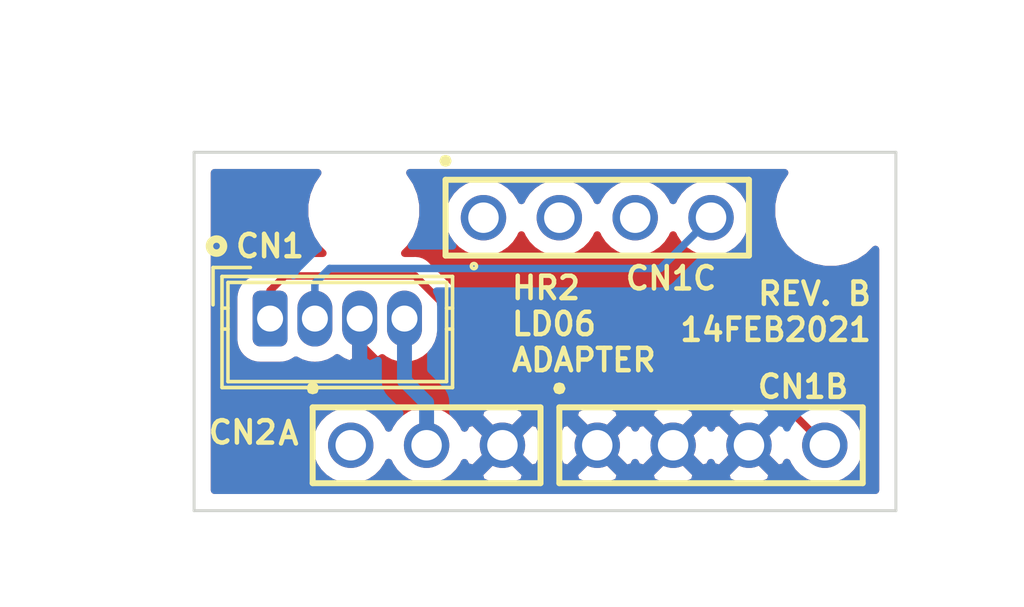
<source format=kicad_pcb>
(kicad_pcb (version 20171130) (host pcbnew 5.1.9-73d0e3b20d~88~ubuntu20.04.1)

  (general
    (thickness 1.6)
    (drawings 11)
    (tracks 27)
    (zones 0)
    (modules 2)
    (nets 9)
  )

  (page A)
  (title_block
    (title "LD06 Adapter")
    (date 2020-12-28)
    (rev A)
    (company "Homebrew Robotics Club")
    (comment 1 "Copyright © 2020 by Homebrew Robotics Club")
    (comment 2 "License: MIT")
  )

  (layers
    (0 F.Cu signal)
    (31 B.Cu signal)
    (32 B.Adhes user)
    (33 F.Adhes user)
    (34 B.Paste user)
    (35 F.Paste user)
    (36 B.SilkS user)
    (37 F.SilkS user)
    (38 B.Mask user)
    (39 F.Mask user)
    (40 Dwgs.User user)
    (41 Cmts.User user)
    (42 Eco1.User user)
    (43 Eco2.User user)
    (44 Edge.Cuts user)
    (45 Margin user)
    (46 B.CrtYd user)
    (47 F.CrtYd user)
    (48 B.Fab user hide)
    (49 F.Fab user hide)
  )

  (setup
    (last_trace_width 0.25)
    (user_trace_width 0.5)
    (trace_clearance 0.2)
    (zone_clearance 0.508)
    (zone_45_only no)
    (trace_min 0.2)
    (via_size 0.8)
    (via_drill 0.4)
    (via_min_size 0.4)
    (via_min_drill 0.3)
    (uvia_size 0.3)
    (uvia_drill 0.1)
    (uvias_allowed no)
    (uvia_min_size 0.2)
    (uvia_min_drill 0.1)
    (edge_width 0.05)
    (segment_width 0.2)
    (pcb_text_width 0.3)
    (pcb_text_size 1.5 1.5)
    (mod_edge_width 0.12)
    (mod_text_size 1 1)
    (mod_text_width 0.15)
    (pad_size 2.7 2.7)
    (pad_drill 2.7)
    (pad_to_mask_clearance 0)
    (aux_axis_origin 0 0)
    (visible_elements FFFFFF7F)
    (pcbplotparams
      (layerselection 0x010fc_ffffffff)
      (usegerberextensions false)
      (usegerberattributes true)
      (usegerberadvancedattributes true)
      (creategerberjobfile true)
      (excludeedgelayer true)
      (linewidth 0.100000)
      (plotframeref false)
      (viasonmask false)
      (mode 1)
      (useauxorigin false)
      (hpglpennumber 1)
      (hpglpenspeed 20)
      (hpglpendiameter 15.000000)
      (psnegative false)
      (psa4output false)
      (plotreference true)
      (plotvalue true)
      (plotinvisibletext false)
      (padsonsilk false)
      (subtractmaskfromsilk false)
      (outputformat 1)
      (mirror false)
      (drillshape 0)
      (scaleselection 1)
      (outputdirectory ""))
  )

  (net 0 "")
  (net 1 "Net-(CN1-Pad10)")
  (net 2 "Net-(CN1-Pad9)")
  (net 3 "Net-(CN1-Pad8)")
  (net 4 "Net-(CN1-Pad1)")
  (net 5 /PWM)
  (net 6 /TX)
  (net 7 /GND)
  (net 8 /5V)

  (net_class Default "This is the default net class."
    (clearance 0.2)
    (trace_width 0.25)
    (via_dia 0.8)
    (via_drill 0.4)
    (uvia_dia 0.3)
    (uvia_drill 0.1)
    (add_net /5V)
    (add_net /GND)
    (add_net /PWM)
    (add_net /TX)
    (add_net "Net-(CN1-Pad1)")
    (add_net "Net-(CN1-Pad10)")
    (add_net "Net-(CN1-Pad8)")
    (add_net "Net-(CN1-Pad9)")
  )

  (module HR2:LIDAR_ADAPTER_2xF1x4+F1x3 (layer F.Cu) (tedit 602A0287) (tstamp 5FEACFD9)
    (at 100 100)
    (path /5FEA71BE)
    (fp_text reference CN1 (at -10.96 -2.86) (layer F.SilkS)
      (effects (font (size 0.75 0.75) (thickness 0.15)))
    )
    (fp_text value LIDAR_ADAPTER;2xM1x4+M1x3 (at 0 0) (layer F.Fab)
      (effects (font (size 1 1) (thickness 0.2)))
    )
    (fp_line (start -4.98 -5.71) (end -5.01 -5.79) (layer F.SilkS) (width 0.2))
    (fp_line (start -5.01 -5.79) (end -5.08 -5.81) (layer F.SilkS) (width 0.2))
    (fp_line (start -5.08 -5.81) (end -5.15 -5.79) (layer F.SilkS) (width 0.2))
    (fp_line (start -5.15 -5.79) (end -5.18 -5.71) (layer F.SilkS) (width 0.2))
    (fp_line (start -5.18 -5.71) (end -5.15 -5.64) (layer F.SilkS) (width 0.2))
    (fp_line (start -5.15 -5.64) (end -5.08 -5.62) (layer F.SilkS) (width 0.2))
    (fp_line (start -5.08 -5.62) (end -5.01 -5.64) (layer F.SilkS) (width 0.2))
    (fp_line (start -5.01 -5.64) (end -4.98 -5.71) (layer F.SilkS) (width 0.2))
    (fp_line (start 5.08 -5.08) (end -5.08 -5.08) (layer F.SilkS) (width 0.2))
    (fp_line (start -5.08 -5.08) (end -5.08 -2.54) (layer F.SilkS) (width 0.2))
    (fp_line (start -5.08 -2.54) (end 5.08 -2.54) (layer F.SilkS) (width 0.2))
    (fp_line (start 5.08 -2.54) (end 5.08 -5.08) (layer F.SilkS) (width 0.2))
    (fp_line (start -1.17 1.91) (end -1.2 1.83) (layer F.SilkS) (width 0.2))
    (fp_line (start -1.2 1.83) (end -1.27 1.81) (layer F.SilkS) (width 0.2))
    (fp_line (start -1.27 1.81) (end -1.34 1.83) (layer F.SilkS) (width 0.2))
    (fp_line (start -1.34 1.83) (end -1.37 1.91) (layer F.SilkS) (width 0.2))
    (fp_line (start -1.37 1.91) (end -1.34 1.98) (layer F.SilkS) (width 0.2))
    (fp_line (start -1.34 1.98) (end -1.27 2) (layer F.SilkS) (width 0.2))
    (fp_line (start -1.27 2) (end -1.2 1.98) (layer F.SilkS) (width 0.2))
    (fp_line (start -1.2 1.98) (end -1.17 1.91) (layer F.SilkS) (width 0.2))
    (fp_line (start 8.89 2.54) (end -1.27 2.54) (layer F.SilkS) (width 0.2))
    (fp_line (start -1.27 2.54) (end -1.27 5.08) (layer F.SilkS) (width 0.2))
    (fp_line (start -1.27 5.08) (end 8.89 5.08) (layer F.SilkS) (width 0.2))
    (fp_line (start 8.89 5.08) (end 8.89 2.54) (layer F.SilkS) (width 0.2))
    (fp_line (start -9.43 1.91) (end -9.45 1.83) (layer F.SilkS) (width 0.2))
    (fp_line (start -9.45 1.83) (end -9.53 1.81) (layer F.SilkS) (width 0.2))
    (fp_line (start -9.53 1.81) (end -9.6 1.83) (layer F.SilkS) (width 0.2))
    (fp_line (start -9.6 1.83) (end -9.62 1.91) (layer F.SilkS) (width 0.2))
    (fp_line (start -9.62 1.91) (end -9.6 1.98) (layer F.SilkS) (width 0.2))
    (fp_line (start -9.6 1.98) (end -9.53 2) (layer F.SilkS) (width 0.2))
    (fp_line (start -9.53 2) (end -9.45 1.98) (layer F.SilkS) (width 0.2))
    (fp_line (start -9.45 1.98) (end -9.43 1.91) (layer F.SilkS) (width 0.2))
    (fp_line (start -1.9 2.54) (end -9.53 2.54) (layer F.SilkS) (width 0.2))
    (fp_line (start -9.53 2.54) (end -9.53 5.08) (layer F.SilkS) (width 0.2))
    (fp_line (start -9.53 5.08) (end -1.9 5.08) (layer F.SilkS) (width 0.2))
    (fp_line (start -1.9 5.08) (end -1.9 2.54) (layer F.SilkS) (width 0.2))
    (pad "" np_thru_hole circle (at -7.8175 -4.055) (size 2.7 2.7) (drill 2.7) (layers *.Cu *.Mask))
    (pad "" np_thru_hole circle (at 7.8175 -4.055) (size 2.7 2.7) (drill 2.7) (layers *.Cu *.Mask))
    (pad 11 thru_hole circle (at 3.81 -3.81) (size 1.52 1.52) (drill 1.02) (layers *.Cu *.Mask)
      (net 5 /PWM))
    (pad 10 thru_hole circle (at 1.27 -3.81) (size 1.52 1.52) (drill 1.02) (layers *.Cu *.Mask)
      (net 1 "Net-(CN1-Pad10)"))
    (pad 9 thru_hole circle (at -1.27 -3.81) (size 1.52 1.52) (drill 1.02) (layers *.Cu *.Mask)
      (net 2 "Net-(CN1-Pad9)"))
    (pad 8 thru_hole circle (at -3.81 -3.81) (size 1.52 1.52) (drill 1.02) (layers *.Cu *.Mask)
      (net 3 "Net-(CN1-Pad8)"))
    (pad 7 thru_hole circle (at 7.62 3.81) (size 1.52 1.52) (drill 1.02) (layers *.Cu *.Mask)
      (net 6 /TX))
    (pad 6 thru_hole circle (at 5.08 3.81) (size 1.52 1.52) (drill 1.02) (layers *.Cu *.Mask)
      (net 7 /GND))
    (pad 5 thru_hole circle (at 2.54 3.81) (size 1.52 1.52) (drill 1.02) (layers *.Cu *.Mask)
      (net 7 /GND))
    (pad 4 thru_hole circle (at 0 3.81) (size 1.52 1.52) (drill 1.02) (layers *.Cu *.Mask)
      (net 7 /GND))
    (pad 3 thru_hole circle (at -3.175 3.81) (size 1.52 1.52) (drill 1.02) (layers *.Cu *.Mask)
      (net 7 /GND))
    (pad 2 thru_hole circle (at -5.715 3.81) (size 1.52 1.52) (drill 1.02) (layers *.Cu *.Mask)
      (net 8 /5V))
    (pad 1 thru_hole circle (at -8.255 3.81) (size 1.52 1.52) (drill 1.02) (layers *.Cu *.Mask)
      (net 4 "Net-(CN1-Pad1)"))
  )

  (module Connector_Wuerth:Wuerth_WR-WTB_64800411622_1x04_P1.50mm_Vertical (layer F.Cu) (tedit 5D1DE247) (tstamp 5FEAD27F)
    (at 89.044 99.568)
    (descr "Wuerth WR-WTB series connector, 64800411622 (https://katalog.we-online.com/em/datasheet/6480xx11622.pdf), generated with kicad-footprint-generator")
    (tags "connector Wuerth WR-WTB vertical")
    (path /5FEA6F47)
    (fp_text reference CN2 (at -0.914 3.812) (layer F.SilkS)
      (effects (font (size 0.75 0.75) (thickness 0.15)))
    )
    (fp_text value LD06_CONN;M1x4P1.5ZH (at 2.25 3.4) (layer F.Fab)
      (effects (font (size 1 1) (thickness 0.15)))
    )
    (fp_line (start 6.5 -1.8) (end -2 -1.8) (layer F.CrtYd) (width 0.05))
    (fp_line (start 6.5 2.7) (end 6.5 -1.8) (layer F.CrtYd) (width 0.05))
    (fp_line (start -2 2.7) (end 6.5 2.7) (layer F.CrtYd) (width 0.05))
    (fp_line (start -2 -1.8) (end -2 2.7) (layer F.CrtYd) (width 0.05))
    (fp_line (start -1.91 -1.71) (end -1.91 -0.46) (layer F.SilkS) (width 0.12))
    (fp_line (start -0.66 -1.71) (end -1.91 -1.71) (layer F.SilkS) (width 0.12))
    (fp_line (start 5.91 2.11) (end 5.91 0.35) (layer F.SilkS) (width 0.12))
    (fp_line (start -1.41 2.11) (end 5.91 2.11) (layer F.SilkS) (width 0.12))
    (fp_line (start -1.41 0.35) (end -1.41 2.11) (layer F.SilkS) (width 0.12))
    (fp_line (start 5.91 0.35) (end 6.11 0.35) (layer F.SilkS) (width 0.12))
    (fp_line (start 5.91 -0.35) (end 5.91 0.35) (layer F.SilkS) (width 0.12))
    (fp_line (start -1.41 0.35) (end -1.61 0.35) (layer F.SilkS) (width 0.12))
    (fp_line (start -1.41 -0.35) (end -1.41 0.35) (layer F.SilkS) (width 0.12))
    (fp_line (start 5.91 -0.35) (end 6.11 -0.35) (layer F.SilkS) (width 0.12))
    (fp_line (start 5.91 -1.21) (end 5.91 -0.35) (layer F.SilkS) (width 0.12))
    (fp_line (start -1.41 -1.21) (end 5.91 -1.21) (layer F.SilkS) (width 0.12))
    (fp_line (start -1.41 -0.35) (end -1.41 -1.21) (layer F.SilkS) (width 0.12))
    (fp_line (start -1.61 -0.35) (end -1.41 -0.35) (layer F.SilkS) (width 0.12))
    (fp_line (start 6.11 -1.41) (end -1.61 -1.41) (layer F.SilkS) (width 0.12))
    (fp_line (start 6.11 2.31) (end 6.11 -1.41) (layer F.SilkS) (width 0.12))
    (fp_line (start -1.61 2.31) (end 6.11 2.31) (layer F.SilkS) (width 0.12))
    (fp_line (start -1.61 -1.41) (end -1.61 2.31) (layer F.SilkS) (width 0.12))
    (fp_line (start 0 -0.3) (end 1 -1.3) (layer F.Fab) (width 0.1))
    (fp_line (start -1 -1.3) (end 0 -0.3) (layer F.Fab) (width 0.1))
    (fp_line (start 6 -1.3) (end -1.5 -1.3) (layer F.Fab) (width 0.1))
    (fp_line (start 6 2.2) (end 6 -1.3) (layer F.Fab) (width 0.1))
    (fp_line (start -1.5 2.2) (end 6 2.2) (layer F.Fab) (width 0.1))
    (fp_line (start -1.5 -1.3) (end -1.5 2.2) (layer F.Fab) (width 0.1))
    (fp_text user %R (at 2.25 1.5) (layer F.Fab)
      (effects (font (size 1 1) (thickness 0.15)))
    )
    (pad 4 thru_hole oval (at 4.5 0) (size 1.17 1.87) (drill 0.87) (layers *.Cu *.Mask)
      (net 8 /5V))
    (pad 3 thru_hole oval (at 3 0) (size 1.17 1.87) (drill 0.87) (layers *.Cu *.Mask)
      (net 7 /GND))
    (pad 2 thru_hole oval (at 1.5 0) (size 1.17 1.87) (drill 0.87) (layers *.Cu *.Mask)
      (net 5 /PWM))
    (pad 1 thru_hole roundrect (at 0 0) (size 1.17 1.87) (drill 0.87) (layers *.Cu *.Mask) (roundrect_rratio 0.213674358974359)
      (net 6 /TX))
    (model ${KISYS3DMOD}/Connector_Wuerth.3dshapes/Wuerth_WR-WTB_64800411622_1x04_P1.50mm_Vertical.wrl
      (at (xyz 0 0 0))
      (scale (xyz 1 1 1))
      (rotate (xyz 0 0 0))
    )
  )

  (gr_text CN1C (at 102.47 98.22) (layer F.SilkS)
    (effects (font (size 0.75 0.75) (thickness 0.15)))
  )
  (gr_text CN1B (at 106.89 101.85) (layer F.SilkS)
    (effects (font (size 0.75 0.75) (thickness 0.15)))
  )
  (gr_text A (at 89.66 103.41) (layer F.SilkS)
    (effects (font (size 0.75 0.75) (thickness 0.15)))
  )
  (gr_circle (center 87.25 97.14) (end 87.361803 97.14) (layer F.SilkS) (width 0.25))
  (gr_circle (center 95.87 97.81) (end 95.93 97.87) (layer F.SilkS) (width 0.12))
  (gr_text "REV. B\n14FEB2021" (at 109.25 99.34) (layer F.SilkS)
    (effects (font (size 0.75 0.75) (thickness 0.15)) (justify right))
  )
  (gr_text "HR2\nLD06\nADAPTER" (at 97.06 99.75) (layer F.SilkS) (tstamp 602A0832)
    (effects (font (size 0.75 0.75) (thickness 0.15)) (justify left))
  )
  (gr_line (start 110 94) (end 110 106) (layer Edge.Cuts) (width 0.1))
  (gr_line (start 86.5 94) (end 110 94) (layer Edge.Cuts) (width 0.1) (tstamp 602A03C9))
  (gr_line (start 86.5 106) (end 86.5 94) (layer Edge.Cuts) (width 0.1))
  (gr_line (start 86.5 106) (end 110 106) (layer Edge.Cuts) (width 0.1))

  (segment (start 90.544 98.383) (end 90.544 99.568) (width 0.25) (layer B.Cu) (net 5))
  (segment (start 91.037 97.89) (end 90.544 98.383) (width 0.25) (layer B.Cu) (net 5))
  (segment (start 102.11 97.89) (end 91.037 97.89) (width 0.25) (layer B.Cu) (net 5))
  (segment (start 103.81 96.19) (end 102.11 97.89) (width 0.25) (layer B.Cu) (net 5))
  (segment (start 89.044 99.568) (end 89.044 98.866) (width 0.25) (layer B.Cu) (net 6))
  (segment (start 105.58 101.77) (end 107.62 103.81) (width 0.25) (layer F.Cu) (net 6))
  (segment (start 97.53 101.77) (end 105.58 101.77) (width 0.25) (layer F.Cu) (net 6))
  (segment (start 93.9 98.14) (end 97.53 101.77) (width 0.25) (layer F.Cu) (net 6))
  (segment (start 89.537 98.14) (end 93.9 98.14) (width 0.25) (layer F.Cu) (net 6))
  (segment (start 89.044 98.633) (end 89.537 98.14) (width 0.25) (layer F.Cu) (net 6))
  (segment (start 89.044 99.568) (end 89.044 98.633) (width 0.25) (layer F.Cu) (net 6))
  (segment (start 98.806 102.616) (end 100 103.81) (width 0.5) (layer F.Cu) (net 7))
  (segment (start 98.019 102.616) (end 98.806 102.616) (width 0.5) (layer F.Cu) (net 7))
  (segment (start 96.825 103.81) (end 98.019 102.616) (width 0.5) (layer F.Cu) (net 7))
  (segment (start 104.14 102.87) (end 105.08 103.81) (width 0.25) (layer F.Cu) (net 7))
  (segment (start 103.48 102.87) (end 104.14 102.87) (width 0.25) (layer F.Cu) (net 7))
  (segment (start 102.54 103.81) (end 103.48 102.87) (width 0.25) (layer F.Cu) (net 7))
  (segment (start 101.044 102.766) (end 100 103.81) (width 0.5) (layer F.Cu) (net 7))
  (segment (start 101.496 102.766) (end 102.54 103.81) (width 0.25) (layer F.Cu) (net 7))
  (segment (start 101.044 102.766) (end 101.496 102.766) (width 0.25) (layer F.Cu) (net 7))
  (segment (start 92.044 99.568) (end 92.044 100.574) (width 0.5) (layer F.Cu) (net 7))
  (segment (start 92.044 100.574) (end 93.86 102.39) (width 0.5) (layer F.Cu) (net 7))
  (segment (start 95.405 102.39) (end 96.825 103.81) (width 0.5) (layer F.Cu) (net 7))
  (segment (start 93.86 102.39) (end 95.405 102.39) (width 0.5) (layer F.Cu) (net 7))
  (segment (start 94.285 103.81) (end 94.285 102.385) (width 0.5) (layer B.Cu) (net 8))
  (segment (start 93.544 101.644) (end 93.544 99.568) (width 0.5) (layer B.Cu) (net 8))
  (segment (start 94.285 102.385) (end 93.544 101.644) (width 0.5) (layer B.Cu) (net 8))

  (zone (net 7) (net_name /GND) (layer F.Cu) (tstamp 5FEAE003) (hatch edge 0.508)
    (connect_pads (clearance 0.508))
    (min_thickness 0.254)
    (fill yes (arc_segments 32) (thermal_gap 0.508) (thermal_bridge_width 0.508))
    (polygon
      (pts
        (xy 111.76 106.68) (xy 82.8 107) (xy 82.89 91.48) (xy 111.76 91.44)
      )
    )
    (filled_polygon
      (pts
        (xy 90.423415 95.00475) (xy 90.273782 95.365997) (xy 90.1975 95.749495) (xy 90.1975 96.140505) (xy 90.273782 96.524003)
        (xy 90.423415 96.88525) (xy 90.640649 97.210364) (xy 90.810285 97.38) (xy 89.574322 97.38) (xy 89.536999 97.376324)
        (xy 89.499676 97.38) (xy 89.499667 97.38) (xy 89.388014 97.390997) (xy 89.244753 97.434454) (xy 89.112724 97.505026)
        (xy 88.996999 97.599999) (xy 88.973196 97.629003) (xy 88.596157 98.006042) (xy 88.535745 98.011992) (xy 88.369149 98.062528)
        (xy 88.215613 98.144595) (xy 88.081038 98.255038) (xy 87.970595 98.389613) (xy 87.888528 98.543149) (xy 87.837992 98.709745)
        (xy 87.820928 98.882999) (xy 87.820928 100.253001) (xy 87.837992 100.426255) (xy 87.888528 100.592851) (xy 87.970595 100.746387)
        (xy 88.081038 100.880962) (xy 88.215613 100.991405) (xy 88.369149 101.073472) (xy 88.535745 101.124008) (xy 88.708999 101.141072)
        (xy 89.379001 101.141072) (xy 89.552255 101.124008) (xy 89.718851 101.073472) (xy 89.872387 100.991405) (xy 89.908579 100.961703)
        (xy 90.074868 101.050587) (xy 90.304839 101.120348) (xy 90.544 101.143903) (xy 90.783162 101.120348) (xy 91.013133 101.050587)
        (xy 91.225075 100.937301) (xy 91.290735 100.883415) (xy 91.471801 101.002952) (xy 91.694459 101.093735) (xy 91.72875 101.096566)
        (xy 91.917 100.971624) (xy 91.917 99.695) (xy 91.897 99.695) (xy 91.897 99.441) (xy 91.917 99.441)
        (xy 91.917 99.421) (xy 92.171 99.421) (xy 92.171 99.441) (xy 92.191 99.441) (xy 92.191 99.695)
        (xy 92.171 99.695) (xy 92.171 100.971624) (xy 92.35925 101.096566) (xy 92.393541 101.093735) (xy 92.616199 101.002952)
        (xy 92.797266 100.883415) (xy 92.862926 100.937301) (xy 93.074868 101.050587) (xy 93.304839 101.120348) (xy 93.544 101.143903)
        (xy 93.783162 101.120348) (xy 94.013133 101.050587) (xy 94.225075 100.937301) (xy 94.410844 100.784844) (xy 94.563301 100.599075)
        (xy 94.676587 100.387133) (xy 94.746348 100.157161) (xy 94.754956 100.069758) (xy 96.9662 102.281002) (xy 96.989999 102.310001)
        (xy 97.105724 102.404974) (xy 97.236202 102.474717) (xy 97.027394 102.422939) (xy 96.752903 102.410105) (xy 96.481183 102.451069)
        (xy 96.222674 102.544256) (xy 96.107206 102.605975) (xy 96.040469 102.845863) (xy 96.825 103.630395) (xy 97.609531 102.845863)
        (xy 97.542794 102.605975) (xy 97.315489 102.499127) (xy 97.381014 102.519003) (xy 97.492667 102.53) (xy 97.492676 102.53)
        (xy 97.529999 102.533676) (xy 97.567322 102.53) (xy 99.437221 102.53) (xy 99.397674 102.544256) (xy 99.282206 102.605975)
        (xy 99.215469 102.845863) (xy 100 103.630395) (xy 100.784531 102.845863) (xy 100.717794 102.605975) (xy 100.556168 102.53)
        (xy 101.977221 102.53) (xy 101.937674 102.544256) (xy 101.822206 102.605975) (xy 101.755469 102.845863) (xy 102.54 103.630395)
        (xy 103.324531 102.845863) (xy 103.257794 102.605975) (xy 103.096168 102.53) (xy 104.517221 102.53) (xy 104.477674 102.544256)
        (xy 104.362206 102.605975) (xy 104.295469 102.845863) (xy 105.08 103.630395) (xy 105.094142 103.616252) (xy 105.273748 103.795858)
        (xy 105.259605 103.81) (xy 106.044137 104.594531) (xy 106.284025 104.527794) (xy 106.3496 104.388293) (xy 106.383767 104.47078)
        (xy 106.536433 104.699261) (xy 106.730739 104.893567) (xy 106.95922 105.046233) (xy 107.213093 105.151391) (xy 107.482604 105.205)
        (xy 107.757396 105.205) (xy 108.026907 105.151391) (xy 108.28078 105.046233) (xy 108.509261 104.893567) (xy 108.703567 104.699261)
        (xy 108.856233 104.47078) (xy 108.961391 104.216907) (xy 109.015 103.947396) (xy 109.015 103.672604) (xy 108.961391 103.403093)
        (xy 108.856233 103.14922) (xy 108.703567 102.920739) (xy 108.509261 102.726433) (xy 108.28078 102.573767) (xy 108.026907 102.468609)
        (xy 107.757396 102.415) (xy 107.482604 102.415) (xy 107.33013 102.445329) (xy 106.143804 101.259003) (xy 106.120001 101.229999)
        (xy 106.004276 101.135026) (xy 105.872247 101.064454) (xy 105.728986 101.020997) (xy 105.617333 101.01) (xy 105.617322 101.01)
        (xy 105.58 101.006324) (xy 105.542678 101.01) (xy 97.844802 101.01) (xy 94.463804 97.629003) (xy 94.440001 97.599999)
        (xy 94.324276 97.505026) (xy 94.192247 97.434454) (xy 94.048986 97.390997) (xy 93.937333 97.38) (xy 93.937322 97.38)
        (xy 93.9 97.376324) (xy 93.862678 97.38) (xy 93.554715 97.38) (xy 93.724351 97.210364) (xy 93.941585 96.88525)
        (xy 94.091218 96.524003) (xy 94.1675 96.140505) (xy 94.1675 96.052604) (xy 94.795 96.052604) (xy 94.795 96.327396)
        (xy 94.848609 96.596907) (xy 94.953767 96.85078) (xy 95.106433 97.079261) (xy 95.300739 97.273567) (xy 95.52922 97.426233)
        (xy 95.783093 97.531391) (xy 96.052604 97.585) (xy 96.327396 97.585) (xy 96.596907 97.531391) (xy 96.85078 97.426233)
        (xy 97.079261 97.273567) (xy 97.273567 97.079261) (xy 97.426233 96.85078) (xy 97.46 96.76926) (xy 97.493767 96.85078)
        (xy 97.646433 97.079261) (xy 97.840739 97.273567) (xy 98.06922 97.426233) (xy 98.323093 97.531391) (xy 98.592604 97.585)
        (xy 98.867396 97.585) (xy 99.136907 97.531391) (xy 99.39078 97.426233) (xy 99.619261 97.273567) (xy 99.813567 97.079261)
        (xy 99.966233 96.85078) (xy 100 96.76926) (xy 100.033767 96.85078) (xy 100.186433 97.079261) (xy 100.380739 97.273567)
        (xy 100.60922 97.426233) (xy 100.863093 97.531391) (xy 101.132604 97.585) (xy 101.407396 97.585) (xy 101.676907 97.531391)
        (xy 101.93078 97.426233) (xy 102.159261 97.273567) (xy 102.353567 97.079261) (xy 102.506233 96.85078) (xy 102.54 96.76926)
        (xy 102.573767 96.85078) (xy 102.726433 97.079261) (xy 102.920739 97.273567) (xy 103.14922 97.426233) (xy 103.403093 97.531391)
        (xy 103.672604 97.585) (xy 103.947396 97.585) (xy 104.216907 97.531391) (xy 104.47078 97.426233) (xy 104.699261 97.273567)
        (xy 104.893567 97.079261) (xy 105.046233 96.85078) (xy 105.151391 96.596907) (xy 105.205 96.327396) (xy 105.205 96.052604)
        (xy 105.151391 95.783093) (xy 105.046233 95.52922) (xy 104.893567 95.300739) (xy 104.699261 95.106433) (xy 104.47078 94.953767)
        (xy 104.216907 94.848609) (xy 103.947396 94.795) (xy 103.672604 94.795) (xy 103.403093 94.848609) (xy 103.14922 94.953767)
        (xy 102.920739 95.106433) (xy 102.726433 95.300739) (xy 102.573767 95.52922) (xy 102.54 95.61074) (xy 102.506233 95.52922)
        (xy 102.353567 95.300739) (xy 102.159261 95.106433) (xy 101.93078 94.953767) (xy 101.676907 94.848609) (xy 101.407396 94.795)
        (xy 101.132604 94.795) (xy 100.863093 94.848609) (xy 100.60922 94.953767) (xy 100.380739 95.106433) (xy 100.186433 95.300739)
        (xy 100.033767 95.52922) (xy 100 95.61074) (xy 99.966233 95.52922) (xy 99.813567 95.300739) (xy 99.619261 95.106433)
        (xy 99.39078 94.953767) (xy 99.136907 94.848609) (xy 98.867396 94.795) (xy 98.592604 94.795) (xy 98.323093 94.848609)
        (xy 98.06922 94.953767) (xy 97.840739 95.106433) (xy 97.646433 95.300739) (xy 97.493767 95.52922) (xy 97.46 95.61074)
        (xy 97.426233 95.52922) (xy 97.273567 95.300739) (xy 97.079261 95.106433) (xy 96.85078 94.953767) (xy 96.596907 94.848609)
        (xy 96.327396 94.795) (xy 96.052604 94.795) (xy 95.783093 94.848609) (xy 95.52922 94.953767) (xy 95.300739 95.106433)
        (xy 95.106433 95.300739) (xy 94.953767 95.52922) (xy 94.848609 95.783093) (xy 94.795 96.052604) (xy 94.1675 96.052604)
        (xy 94.1675 95.749495) (xy 94.091218 95.365997) (xy 93.941585 95.00475) (xy 93.727935 94.685) (xy 106.272065 94.685)
        (xy 106.058415 95.00475) (xy 105.908782 95.365997) (xy 105.8325 95.749495) (xy 105.8325 96.140505) (xy 105.908782 96.524003)
        (xy 106.058415 96.88525) (xy 106.275649 97.210364) (xy 106.552136 97.486851) (xy 106.87725 97.704085) (xy 107.238497 97.853718)
        (xy 107.621995 97.93) (xy 108.013005 97.93) (xy 108.396503 97.853718) (xy 108.75775 97.704085) (xy 109.082864 97.486851)
        (xy 109.315 97.254715) (xy 109.315001 105.315) (xy 87.185 105.315) (xy 87.185 103.672604) (xy 90.35 103.672604)
        (xy 90.35 103.947396) (xy 90.403609 104.216907) (xy 90.508767 104.47078) (xy 90.661433 104.699261) (xy 90.855739 104.893567)
        (xy 91.08422 105.046233) (xy 91.338093 105.151391) (xy 91.607604 105.205) (xy 91.882396 105.205) (xy 92.151907 105.151391)
        (xy 92.40578 105.046233) (xy 92.634261 104.893567) (xy 92.828567 104.699261) (xy 92.981233 104.47078) (xy 93.015 104.38926)
        (xy 93.048767 104.47078) (xy 93.201433 104.699261) (xy 93.395739 104.893567) (xy 93.62422 105.046233) (xy 93.878093 105.151391)
        (xy 94.147604 105.205) (xy 94.422396 105.205) (xy 94.691907 105.151391) (xy 94.94578 105.046233) (xy 95.174261 104.893567)
        (xy 95.293691 104.774137) (xy 96.040469 104.774137) (xy 96.107206 105.014025) (xy 96.355892 105.130924) (xy 96.622606 105.197061)
        (xy 96.897097 105.209895) (xy 97.168817 105.168931) (xy 97.427326 105.075744) (xy 97.542794 105.014025) (xy 97.609531 104.774137)
        (xy 99.215469 104.774137) (xy 99.282206 105.014025) (xy 99.530892 105.130924) (xy 99.797606 105.197061) (xy 100.072097 105.209895)
        (xy 100.343817 105.168931) (xy 100.602326 105.075744) (xy 100.717794 105.014025) (xy 100.784531 104.774137) (xy 101.755469 104.774137)
        (xy 101.822206 105.014025) (xy 102.070892 105.130924) (xy 102.337606 105.197061) (xy 102.612097 105.209895) (xy 102.883817 105.168931)
        (xy 103.142326 105.075744) (xy 103.257794 105.014025) (xy 103.324531 104.774137) (xy 104.295469 104.774137) (xy 104.362206 105.014025)
        (xy 104.610892 105.130924) (xy 104.877606 105.197061) (xy 105.152097 105.209895) (xy 105.423817 105.168931) (xy 105.682326 105.075744)
        (xy 105.797794 105.014025) (xy 105.864531 104.774137) (xy 105.08 103.989605) (xy 104.295469 104.774137) (xy 103.324531 104.774137)
        (xy 102.54 103.989605) (xy 101.755469 104.774137) (xy 100.784531 104.774137) (xy 100 103.989605) (xy 99.215469 104.774137)
        (xy 97.609531 104.774137) (xy 96.825 103.989605) (xy 96.040469 104.774137) (xy 95.293691 104.774137) (xy 95.368567 104.699261)
        (xy 95.521233 104.47078) (xy 95.55283 104.394499) (xy 95.559256 104.412326) (xy 95.620975 104.527794) (xy 95.860863 104.594531)
        (xy 96.645395 103.81) (xy 97.004605 103.81) (xy 97.789137 104.594531) (xy 98.029025 104.527794) (xy 98.145924 104.279108)
        (xy 98.212061 104.012394) (xy 98.218153 103.882097) (xy 98.600105 103.882097) (xy 98.641069 104.153817) (xy 98.734256 104.412326)
        (xy 98.795975 104.527794) (xy 99.035863 104.594531) (xy 99.820395 103.81) (xy 100.179605 103.81) (xy 100.964137 104.594531)
        (xy 101.204025 104.527794) (xy 101.267332 104.393118) (xy 101.274256 104.412326) (xy 101.335975 104.527794) (xy 101.575863 104.594531)
        (xy 102.360395 103.81) (xy 102.719605 103.81) (xy 103.504137 104.594531) (xy 103.744025 104.527794) (xy 103.807332 104.393118)
        (xy 103.814256 104.412326) (xy 103.875975 104.527794) (xy 104.115863 104.594531) (xy 104.900395 103.81) (xy 104.115863 103.025469)
        (xy 103.875975 103.092206) (xy 103.812668 103.226882) (xy 103.805744 103.207674) (xy 103.744025 103.092206) (xy 103.504137 103.025469)
        (xy 102.719605 103.81) (xy 102.360395 103.81) (xy 101.575863 103.025469) (xy 101.335975 103.092206) (xy 101.272668 103.226882)
        (xy 101.265744 103.207674) (xy 101.204025 103.092206) (xy 100.964137 103.025469) (xy 100.179605 103.81) (xy 99.820395 103.81)
        (xy 99.035863 103.025469) (xy 98.795975 103.092206) (xy 98.679076 103.340892) (xy 98.612939 103.607606) (xy 98.600105 103.882097)
        (xy 98.218153 103.882097) (xy 98.224895 103.737903) (xy 98.183931 103.466183) (xy 98.090744 103.207674) (xy 98.029025 103.092206)
        (xy 97.789137 103.025469) (xy 97.004605 103.81) (xy 96.645395 103.81) (xy 95.860863 103.025469) (xy 95.620975 103.092206)
        (xy 95.5554 103.231707) (xy 95.521233 103.14922) (xy 95.368567 102.920739) (xy 95.174261 102.726433) (xy 94.94578 102.573767)
        (xy 94.691907 102.468609) (xy 94.422396 102.415) (xy 94.147604 102.415) (xy 93.878093 102.468609) (xy 93.62422 102.573767)
        (xy 93.395739 102.726433) (xy 93.201433 102.920739) (xy 93.048767 103.14922) (xy 93.015 103.23074) (xy 92.981233 103.14922)
        (xy 92.828567 102.920739) (xy 92.634261 102.726433) (xy 92.40578 102.573767) (xy 92.151907 102.468609) (xy 91.882396 102.415)
        (xy 91.607604 102.415) (xy 91.338093 102.468609) (xy 91.08422 102.573767) (xy 90.855739 102.726433) (xy 90.661433 102.920739)
        (xy 90.508767 103.14922) (xy 90.403609 103.403093) (xy 90.35 103.672604) (xy 87.185 103.672604) (xy 87.185 94.685)
        (xy 90.637065 94.685)
      )
    )
  )
  (zone (net 7) (net_name /GND) (layer B.Cu) (tstamp 5FEAE000) (hatch edge 0.508)
    (connect_pads (clearance 0.508))
    (min_thickness 0.254)
    (fill yes (arc_segments 32) (thermal_gap 0.508) (thermal_bridge_width 0.508))
    (polygon
      (pts
        (xy 114.3 88.9) (xy 114.3 109.22) (xy 80 109.01) (xy 80 89)
      )
    )
    (filled_polygon
      (pts
        (xy 90.423415 95.00475) (xy 90.273782 95.365997) (xy 90.1975 95.749495) (xy 90.1975 96.140505) (xy 90.273782 96.524003)
        (xy 90.423415 96.88525) (xy 90.640649 97.210364) (xy 90.660027 97.229742) (xy 90.612724 97.255026) (xy 90.496999 97.349999)
        (xy 90.473196 97.379003) (xy 90.033003 97.819196) (xy 90.003999 97.842999) (xy 89.965427 97.89) (xy 89.909026 97.958724)
        (xy 89.864372 98.042265) (xy 89.838454 98.090754) (xy 89.829135 98.121476) (xy 89.718851 98.062528) (xy 89.552255 98.011992)
        (xy 89.379001 97.994928) (xy 88.708999 97.994928) (xy 88.535745 98.011992) (xy 88.369149 98.062528) (xy 88.215613 98.144595)
        (xy 88.081038 98.255038) (xy 87.970595 98.389613) (xy 87.888528 98.543149) (xy 87.837992 98.709745) (xy 87.820928 98.882999)
        (xy 87.820928 100.253001) (xy 87.837992 100.426255) (xy 87.888528 100.592851) (xy 87.970595 100.746387) (xy 88.081038 100.880962)
        (xy 88.215613 100.991405) (xy 88.369149 101.073472) (xy 88.535745 101.124008) (xy 88.708999 101.141072) (xy 89.379001 101.141072)
        (xy 89.552255 101.124008) (xy 89.718851 101.073472) (xy 89.872387 100.991405) (xy 89.908579 100.961703) (xy 90.074868 101.050587)
        (xy 90.304839 101.120348) (xy 90.544 101.143903) (xy 90.783162 101.120348) (xy 91.013133 101.050587) (xy 91.225075 100.937301)
        (xy 91.290735 100.883415) (xy 91.471801 101.002952) (xy 91.694459 101.093735) (xy 91.72875 101.096566) (xy 91.917 100.971624)
        (xy 91.917 99.695) (xy 91.897 99.695) (xy 91.897 99.441) (xy 91.917 99.441) (xy 91.917 99.421)
        (xy 92.171 99.421) (xy 92.171 99.441) (xy 92.191 99.441) (xy 92.191 99.695) (xy 92.171 99.695)
        (xy 92.171 100.971624) (xy 92.35925 101.096566) (xy 92.393541 101.093735) (xy 92.616199 101.002952) (xy 92.659 100.974695)
        (xy 92.659 101.600531) (xy 92.654719 101.644) (xy 92.659 101.687469) (xy 92.659 101.687476) (xy 92.671805 101.817489)
        (xy 92.722411 101.984312) (xy 92.804589 102.138058) (xy 92.915183 102.272817) (xy 92.948956 102.300534) (xy 93.385297 102.736875)
        (xy 93.201433 102.920739) (xy 93.048767 103.14922) (xy 93.015 103.23074) (xy 92.981233 103.14922) (xy 92.828567 102.920739)
        (xy 92.634261 102.726433) (xy 92.40578 102.573767) (xy 92.151907 102.468609) (xy 91.882396 102.415) (xy 91.607604 102.415)
        (xy 91.338093 102.468609) (xy 91.08422 102.573767) (xy 90.855739 102.726433) (xy 90.661433 102.920739) (xy 90.508767 103.14922)
        (xy 90.403609 103.403093) (xy 90.35 103.672604) (xy 90.35 103.947396) (xy 90.403609 104.216907) (xy 90.508767 104.47078)
        (xy 90.661433 104.699261) (xy 90.855739 104.893567) (xy 91.08422 105.046233) (xy 91.338093 105.151391) (xy 91.607604 105.205)
        (xy 91.882396 105.205) (xy 92.151907 105.151391) (xy 92.40578 105.046233) (xy 92.634261 104.893567) (xy 92.828567 104.699261)
        (xy 92.981233 104.47078) (xy 93.015 104.38926) (xy 93.048767 104.47078) (xy 93.201433 104.699261) (xy 93.395739 104.893567)
        (xy 93.62422 105.046233) (xy 93.878093 105.151391) (xy 94.147604 105.205) (xy 94.422396 105.205) (xy 94.691907 105.151391)
        (xy 94.94578 105.046233) (xy 95.174261 104.893567) (xy 95.293691 104.774137) (xy 96.040469 104.774137) (xy 96.107206 105.014025)
        (xy 96.355892 105.130924) (xy 96.622606 105.197061) (xy 96.897097 105.209895) (xy 97.168817 105.168931) (xy 97.427326 105.075744)
        (xy 97.542794 105.014025) (xy 97.609531 104.774137) (xy 99.215469 104.774137) (xy 99.282206 105.014025) (xy 99.530892 105.130924)
        (xy 99.797606 105.197061) (xy 100.072097 105.209895) (xy 100.343817 105.168931) (xy 100.602326 105.075744) (xy 100.717794 105.014025)
        (xy 100.784531 104.774137) (xy 101.755469 104.774137) (xy 101.822206 105.014025) (xy 102.070892 105.130924) (xy 102.337606 105.197061)
        (xy 102.612097 105.209895) (xy 102.883817 105.168931) (xy 103.142326 105.075744) (xy 103.257794 105.014025) (xy 103.324531 104.774137)
        (xy 104.295469 104.774137) (xy 104.362206 105.014025) (xy 104.610892 105.130924) (xy 104.877606 105.197061) (xy 105.152097 105.209895)
        (xy 105.423817 105.168931) (xy 105.682326 105.075744) (xy 105.797794 105.014025) (xy 105.864531 104.774137) (xy 105.08 103.989605)
        (xy 104.295469 104.774137) (xy 103.324531 104.774137) (xy 102.54 103.989605) (xy 101.755469 104.774137) (xy 100.784531 104.774137)
        (xy 100 103.989605) (xy 99.215469 104.774137) (xy 97.609531 104.774137) (xy 96.825 103.989605) (xy 96.040469 104.774137)
        (xy 95.293691 104.774137) (xy 95.368567 104.699261) (xy 95.521233 104.47078) (xy 95.55283 104.394499) (xy 95.559256 104.412326)
        (xy 95.620975 104.527794) (xy 95.860863 104.594531) (xy 96.645395 103.81) (xy 97.004605 103.81) (xy 97.789137 104.594531)
        (xy 98.029025 104.527794) (xy 98.145924 104.279108) (xy 98.212061 104.012394) (xy 98.218153 103.882097) (xy 98.600105 103.882097)
        (xy 98.641069 104.153817) (xy 98.734256 104.412326) (xy 98.795975 104.527794) (xy 99.035863 104.594531) (xy 99.820395 103.81)
        (xy 100.179605 103.81) (xy 100.964137 104.594531) (xy 101.204025 104.527794) (xy 101.267332 104.393118) (xy 101.274256 104.412326)
        (xy 101.335975 104.527794) (xy 101.575863 104.594531) (xy 102.360395 103.81) (xy 102.719605 103.81) (xy 103.504137 104.594531)
        (xy 103.744025 104.527794) (xy 103.807332 104.393118) (xy 103.814256 104.412326) (xy 103.875975 104.527794) (xy 104.115863 104.594531)
        (xy 104.900395 103.81) (xy 105.259605 103.81) (xy 106.044137 104.594531) (xy 106.284025 104.527794) (xy 106.3496 104.388293)
        (xy 106.383767 104.47078) (xy 106.536433 104.699261) (xy 106.730739 104.893567) (xy 106.95922 105.046233) (xy 107.213093 105.151391)
        (xy 107.482604 105.205) (xy 107.757396 105.205) (xy 108.026907 105.151391) (xy 108.28078 105.046233) (xy 108.509261 104.893567)
        (xy 108.703567 104.699261) (xy 108.856233 104.47078) (xy 108.961391 104.216907) (xy 109.015 103.947396) (xy 109.015 103.672604)
        (xy 108.961391 103.403093) (xy 108.856233 103.14922) (xy 108.703567 102.920739) (xy 108.509261 102.726433) (xy 108.28078 102.573767)
        (xy 108.026907 102.468609) (xy 107.757396 102.415) (xy 107.482604 102.415) (xy 107.213093 102.468609) (xy 106.95922 102.573767)
        (xy 106.730739 102.726433) (xy 106.536433 102.920739) (xy 106.383767 103.14922) (xy 106.35217 103.225501) (xy 106.345744 103.207674)
        (xy 106.284025 103.092206) (xy 106.044137 103.025469) (xy 105.259605 103.81) (xy 104.900395 103.81) (xy 104.115863 103.025469)
        (xy 103.875975 103.092206) (xy 103.812668 103.226882) (xy 103.805744 103.207674) (xy 103.744025 103.092206) (xy 103.504137 103.025469)
        (xy 102.719605 103.81) (xy 102.360395 103.81) (xy 101.575863 103.025469) (xy 101.335975 103.092206) (xy 101.272668 103.226882)
        (xy 101.265744 103.207674) (xy 101.204025 103.092206) (xy 100.964137 103.025469) (xy 100.179605 103.81) (xy 99.820395 103.81)
        (xy 99.035863 103.025469) (xy 98.795975 103.092206) (xy 98.679076 103.340892) (xy 98.612939 103.607606) (xy 98.600105 103.882097)
        (xy 98.218153 103.882097) (xy 98.224895 103.737903) (xy 98.183931 103.466183) (xy 98.090744 103.207674) (xy 98.029025 103.092206)
        (xy 97.789137 103.025469) (xy 97.004605 103.81) (xy 96.645395 103.81) (xy 95.860863 103.025469) (xy 95.620975 103.092206)
        (xy 95.5554 103.231707) (xy 95.521233 103.14922) (xy 95.368567 102.920739) (xy 95.293691 102.845863) (xy 96.040469 102.845863)
        (xy 96.825 103.630395) (xy 97.609531 102.845863) (xy 99.215469 102.845863) (xy 100 103.630395) (xy 100.784531 102.845863)
        (xy 101.755469 102.845863) (xy 102.54 103.630395) (xy 103.324531 102.845863) (xy 104.295469 102.845863) (xy 105.08 103.630395)
        (xy 105.864531 102.845863) (xy 105.797794 102.605975) (xy 105.549108 102.489076) (xy 105.282394 102.422939) (xy 105.007903 102.410105)
        (xy 104.736183 102.451069) (xy 104.477674 102.544256) (xy 104.362206 102.605975) (xy 104.295469 102.845863) (xy 103.324531 102.845863)
        (xy 103.257794 102.605975) (xy 103.009108 102.489076) (xy 102.742394 102.422939) (xy 102.467903 102.410105) (xy 102.196183 102.451069)
        (xy 101.937674 102.544256) (xy 101.822206 102.605975) (xy 101.755469 102.845863) (xy 100.784531 102.845863) (xy 100.717794 102.605975)
        (xy 100.469108 102.489076) (xy 100.202394 102.422939) (xy 99.927903 102.410105) (xy 99.656183 102.451069) (xy 99.397674 102.544256)
        (xy 99.282206 102.605975) (xy 99.215469 102.845863) (xy 97.609531 102.845863) (xy 97.542794 102.605975) (xy 97.294108 102.489076)
        (xy 97.027394 102.422939) (xy 96.752903 102.410105) (xy 96.481183 102.451069) (xy 96.222674 102.544256) (xy 96.107206 102.605975)
        (xy 96.040469 102.845863) (xy 95.293691 102.845863) (xy 95.174261 102.726433) (xy 95.17 102.723586) (xy 95.17 102.428465)
        (xy 95.174281 102.384999) (xy 95.17 102.341533) (xy 95.17 102.341523) (xy 95.157195 102.21151) (xy 95.106589 102.044687)
        (xy 95.024411 101.890941) (xy 94.913817 101.756183) (xy 94.880049 101.72847) (xy 94.429 101.277422) (xy 94.429 100.762721)
        (xy 94.563301 100.599075) (xy 94.676587 100.387133) (xy 94.746348 100.157161) (xy 94.764 99.977934) (xy 94.764 99.158065)
        (xy 94.746348 98.978838) (xy 94.676587 98.748867) (xy 94.623741 98.65) (xy 102.072678 98.65) (xy 102.11 98.653676)
        (xy 102.147322 98.65) (xy 102.147333 98.65) (xy 102.258986 98.639003) (xy 102.402247 98.595546) (xy 102.534276 98.524974)
        (xy 102.650001 98.430001) (xy 102.673804 98.400997) (xy 103.52013 97.554671) (xy 103.672604 97.585) (xy 103.947396 97.585)
        (xy 104.216907 97.531391) (xy 104.47078 97.426233) (xy 104.699261 97.273567) (xy 104.893567 97.079261) (xy 105.046233 96.85078)
        (xy 105.151391 96.596907) (xy 105.205 96.327396) (xy 105.205 96.052604) (xy 105.151391 95.783093) (xy 105.046233 95.52922)
        (xy 104.893567 95.300739) (xy 104.699261 95.106433) (xy 104.47078 94.953767) (xy 104.216907 94.848609) (xy 103.947396 94.795)
        (xy 103.672604 94.795) (xy 103.403093 94.848609) (xy 103.14922 94.953767) (xy 102.920739 95.106433) (xy 102.726433 95.300739)
        (xy 102.573767 95.52922) (xy 102.54 95.61074) (xy 102.506233 95.52922) (xy 102.353567 95.300739) (xy 102.159261 95.106433)
        (xy 101.93078 94.953767) (xy 101.676907 94.848609) (xy 101.407396 94.795) (xy 101.132604 94.795) (xy 100.863093 94.848609)
        (xy 100.60922 94.953767) (xy 100.380739 95.106433) (xy 100.186433 95.300739) (xy 100.033767 95.52922) (xy 100 95.61074)
        (xy 99.966233 95.52922) (xy 99.813567 95.300739) (xy 99.619261 95.106433) (xy 99.39078 94.953767) (xy 99.136907 94.848609)
        (xy 98.867396 94.795) (xy 98.592604 94.795) (xy 98.323093 94.848609) (xy 98.06922 94.953767) (xy 97.840739 95.106433)
        (xy 97.646433 95.300739) (xy 97.493767 95.52922) (xy 97.46 95.61074) (xy 97.426233 95.52922) (xy 97.273567 95.300739)
        (xy 97.079261 95.106433) (xy 96.85078 94.953767) (xy 96.596907 94.848609) (xy 96.327396 94.795) (xy 96.052604 94.795)
        (xy 95.783093 94.848609) (xy 95.52922 94.953767) (xy 95.300739 95.106433) (xy 95.106433 95.300739) (xy 94.953767 95.52922)
        (xy 94.848609 95.783093) (xy 94.795 96.052604) (xy 94.795 96.327396) (xy 94.848609 96.596907) (xy 94.953767 96.85078)
        (xy 95.106433 97.079261) (xy 95.157172 97.13) (xy 93.778048 97.13) (xy 93.941585 96.88525) (xy 94.091218 96.524003)
        (xy 94.1675 96.140505) (xy 94.1675 95.749495) (xy 94.091218 95.365997) (xy 93.941585 95.00475) (xy 93.727935 94.685)
        (xy 106.272065 94.685) (xy 106.058415 95.00475) (xy 105.908782 95.365997) (xy 105.8325 95.749495) (xy 105.8325 96.140505)
        (xy 105.908782 96.524003) (xy 106.058415 96.88525) (xy 106.275649 97.210364) (xy 106.552136 97.486851) (xy 106.87725 97.704085)
        (xy 107.238497 97.853718) (xy 107.621995 97.93) (xy 108.013005 97.93) (xy 108.396503 97.853718) (xy 108.75775 97.704085)
        (xy 109.082864 97.486851) (xy 109.315 97.254715) (xy 109.315001 105.315) (xy 87.185 105.315) (xy 87.185 94.685)
        (xy 90.637065 94.685)
      )
    )
  )
)

</source>
